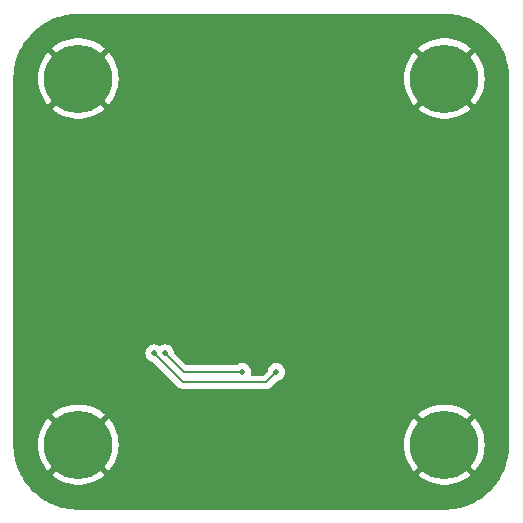
<source format=gbr>
%TF.GenerationSoftware,KiCad,Pcbnew,7.0.9*%
%TF.CreationDate,2024-01-18T20:35:56-05:00*%
%TF.ProjectId,mt6835-nema17,6d743638-3335-42d6-9e65-6d6131372e6b,rev?*%
%TF.SameCoordinates,PX85e0760PY599de50*%
%TF.FileFunction,Copper,L2,Bot*%
%TF.FilePolarity,Positive*%
%FSLAX46Y46*%
G04 Gerber Fmt 4.6, Leading zero omitted, Abs format (unit mm)*
G04 Created by KiCad (PCBNEW 7.0.9) date 2024-01-18 20:35:56*
%MOMM*%
%LPD*%
G01*
G04 APERTURE LIST*
%TA.AperFunction,ComponentPad*%
%ADD10C,5.800000*%
%TD*%
%TA.AperFunction,ViaPad*%
%ADD11C,0.800000*%
%TD*%
%TA.AperFunction,ViaPad*%
%ADD12C,0.500000*%
%TD*%
%TA.AperFunction,Conductor*%
%ADD13C,0.150000*%
%TD*%
G04 APERTURE END LIST*
D10*
%TO.P,H101,1,1*%
%TO.N,GND*%
X-15500000Y15500000D03*
X-15500000Y-15500000D03*
X15500000Y15500000D03*
X15500000Y-15500000D03*
%TD*%
D11*
%TO.N,GND*%
X-4180000Y2210000D03*
X5020000Y-30000D03*
X6350000Y-1830000D03*
X1540000Y-290000D03*
X-11650000Y1420000D03*
X-410000Y2570000D03*
X5040000Y-3450000D03*
D12*
%TO.N,/ENC_1*%
X-1630000Y-9350000D03*
X-8160000Y-7770000D03*
%TO.N,/ENC_2*%
X-9070000Y-7770000D03*
X1270000Y-9360000D03*
%TD*%
D13*
%TO.N,/ENC_2*%
X-9070000Y-7770000D02*
X-6610000Y-10230000D01*
X-6610000Y-10230000D02*
X400000Y-10230000D01*
X400000Y-10230000D02*
X1270000Y-9360000D01*
%TO.N,/ENC_1*%
X-8160000Y-7770000D02*
X-6580000Y-9350000D01*
X-6580000Y-9350000D02*
X-1630000Y-9350000D01*
%TD*%
%TA.AperFunction,Conductor*%
%TO.N,GND*%
G36*
X15717445Y20990507D02*
G01*
X15958385Y20979987D01*
X15963320Y20979573D01*
X16193261Y20950911D01*
X16421921Y20920807D01*
X16426490Y20920028D01*
X16655391Y20872032D01*
X16793210Y20841478D01*
X16878677Y20822530D01*
X16882939Y20821425D01*
X17107969Y20754431D01*
X17325459Y20685856D01*
X17329305Y20684502D01*
X17548675Y20598903D01*
X17758977Y20511792D01*
X17762437Y20510232D01*
X17974350Y20406635D01*
X18176129Y20301595D01*
X18179238Y20299861D01*
X18285211Y20236716D01*
X18382116Y20178973D01*
X18573954Y20056758D01*
X18576669Y20054926D01*
X18769063Y19917560D01*
X18949600Y19779029D01*
X18951872Y19777195D01*
X19132397Y19624299D01*
X19132415Y19624284D01*
X19301239Y19469584D01*
X19469583Y19301240D01*
X19624281Y19132418D01*
X19777186Y18951883D01*
X19779044Y18949579D01*
X19817088Y18900000D01*
X19908489Y18780883D01*
X19917559Y18769063D01*
X19961743Y18707180D01*
X20054924Y18576671D01*
X20056755Y18573957D01*
X20178973Y18382116D01*
X20299859Y18179240D01*
X20301593Y18176132D01*
X20406638Y17974343D01*
X20510220Y17762461D01*
X20511800Y17758957D01*
X20598915Y17548643D01*
X20684487Y17329341D01*
X20685859Y17325447D01*
X20754426Y17107983D01*
X20821420Y16882951D01*
X20822528Y16878679D01*
X20872038Y16655360D01*
X20920022Y16426512D01*
X20920811Y16421880D01*
X20950917Y16193205D01*
X20979569Y15963338D01*
X20979986Y15958371D01*
X20990505Y15717455D01*
X20999500Y15499999D01*
X20999500Y-15499999D01*
X20990505Y-15717454D01*
X20979986Y-15958369D01*
X20979569Y-15963336D01*
X20950917Y-16193204D01*
X20920811Y-16421878D01*
X20920022Y-16426510D01*
X20872038Y-16655359D01*
X20822528Y-16878677D01*
X20821420Y-16882949D01*
X20754426Y-17107982D01*
X20685859Y-17325445D01*
X20684487Y-17329339D01*
X20598915Y-17548642D01*
X20511800Y-17758955D01*
X20510220Y-17762459D01*
X20406638Y-17974342D01*
X20301592Y-18176130D01*
X20299859Y-18179238D01*
X20178973Y-18382115D01*
X20056755Y-18573955D01*
X20054924Y-18576668D01*
X19917565Y-18769055D01*
X19779044Y-18949577D01*
X19777168Y-18951904D01*
X19624283Y-19132414D01*
X19469583Y-19301239D01*
X19301239Y-19469583D01*
X19132414Y-19624283D01*
X18951904Y-19777168D01*
X18949577Y-19779044D01*
X18769055Y-19917565D01*
X18576668Y-20054924D01*
X18573955Y-20056755D01*
X18382115Y-20178973D01*
X18179238Y-20299859D01*
X18176130Y-20301592D01*
X17974342Y-20406638D01*
X17762459Y-20510220D01*
X17758955Y-20511800D01*
X17548642Y-20598915D01*
X17329339Y-20684487D01*
X17325445Y-20685859D01*
X17107982Y-20754426D01*
X16882949Y-20821420D01*
X16878677Y-20822528D01*
X16655359Y-20872038D01*
X16426510Y-20920022D01*
X16421878Y-20920811D01*
X16193204Y-20950917D01*
X15963336Y-20979569D01*
X15958369Y-20979986D01*
X15717454Y-20990505D01*
X15499999Y-20999500D01*
X-15499999Y-20999500D01*
X-15717455Y-20990505D01*
X-15958371Y-20979986D01*
X-15963338Y-20979569D01*
X-16193142Y-20950925D01*
X-16421896Y-20920807D01*
X-16426528Y-20920018D01*
X-16655313Y-20872048D01*
X-16878672Y-20822530D01*
X-16882945Y-20821422D01*
X-17107983Y-20754426D01*
X-17325447Y-20685859D01*
X-17329341Y-20684487D01*
X-17548643Y-20598915D01*
X-17758957Y-20511800D01*
X-17762461Y-20510220D01*
X-17974331Y-20406643D01*
X-18046352Y-20369151D01*
X-18176187Y-20301564D01*
X-18179243Y-20299859D01*
X-18301807Y-20226826D01*
X-18382099Y-20178982D01*
X-18573977Y-20056742D01*
X-18576692Y-20054910D01*
X-18681047Y-19980402D01*
X-18769056Y-19917564D01*
X-18845514Y-19858897D01*
X-18949579Y-19779044D01*
X-18951883Y-19777186D01*
X-19132418Y-19624281D01*
X-19301240Y-19469583D01*
X-19469584Y-19301239D01*
X-19624284Y-19132415D01*
X-19624285Y-19132414D01*
X-19777195Y-18951872D01*
X-19779029Y-18949600D01*
X-19917560Y-18769063D01*
X-20054927Y-18576668D01*
X-20056744Y-18573975D01*
X-20178983Y-18382098D01*
X-20196871Y-18352079D01*
X-20299878Y-18179212D01*
X-20301560Y-18176195D01*
X-20406644Y-17974330D01*
X-20434248Y-17917866D01*
X-20510238Y-17762426D01*
X-20511792Y-17758977D01*
X-20598903Y-17548675D01*
X-20684502Y-17329305D01*
X-20685856Y-17325459D01*
X-20754436Y-17107951D01*
X-20765486Y-17070834D01*
X-20821428Y-16882928D01*
X-20822532Y-16878670D01*
X-20872039Y-16655359D01*
X-20920023Y-16426510D01*
X-20920809Y-16421894D01*
X-20925400Y-16387024D01*
X-20950918Y-16193204D01*
X-20979573Y-15963320D01*
X-20979987Y-15958385D01*
X-20990509Y-15717381D01*
X-20999500Y-15500000D01*
X-20999500Y-15499999D01*
X-18904994Y-15499999D01*
X-18885034Y-15868142D01*
X-18885033Y-15868159D01*
X-18825390Y-16231960D01*
X-18825384Y-16231986D01*
X-18726757Y-16587209D01*
X-18726755Y-16587216D01*
X-18590294Y-16929710D01*
X-18590285Y-16929728D01*
X-18417594Y-17255458D01*
X-18210693Y-17560614D01*
X-18074504Y-17720948D01*
X-18074503Y-17720949D01*
X-16758649Y-16405095D01*
X-16704544Y-16483480D01*
X-16531184Y-16663966D01*
X-16405135Y-16758686D01*
X-17723480Y-18077031D01*
X-17723480Y-18077032D01*
X-17704357Y-18095147D01*
X-17704345Y-18095158D01*
X-17410842Y-18318274D01*
X-17410825Y-18318286D01*
X-17094933Y-18508350D01*
X-17094920Y-18508357D01*
X-16760329Y-18663155D01*
X-16410932Y-18780882D01*
X-16050866Y-18860138D01*
X-15684345Y-18899999D01*
X-15684337Y-18900000D01*
X-15315663Y-18900000D01*
X-15315656Y-18899999D01*
X-14949135Y-18860138D01*
X-14589069Y-18780882D01*
X-14239672Y-18663155D01*
X-13905081Y-18508357D01*
X-13905068Y-18508350D01*
X-13589176Y-18318286D01*
X-13589159Y-18318274D01*
X-13295660Y-18095161D01*
X-13276521Y-18077031D01*
X-14593121Y-16760431D01*
X-14565820Y-16743168D01*
X-14378499Y-16577216D01*
X-14239489Y-16406958D01*
X-12925499Y-17720948D01*
X-12925498Y-17720948D01*
X-12789310Y-17560615D01*
X-12789299Y-17560601D01*
X-12582407Y-17255458D01*
X-12409716Y-16929728D01*
X-12409707Y-16929710D01*
X-12273246Y-16587216D01*
X-12273244Y-16587209D01*
X-12174617Y-16231986D01*
X-12174611Y-16231960D01*
X-12114968Y-15868159D01*
X-12114967Y-15868142D01*
X-12095006Y-15499999D01*
X12095006Y-15499999D01*
X12114966Y-15868142D01*
X12114967Y-15868159D01*
X12174610Y-16231960D01*
X12174616Y-16231986D01*
X12273243Y-16587209D01*
X12273245Y-16587216D01*
X12409706Y-16929710D01*
X12409715Y-16929728D01*
X12582406Y-17255458D01*
X12789307Y-17560614D01*
X12925496Y-17720948D01*
X12925497Y-17720949D01*
X14241351Y-16405095D01*
X14295456Y-16483480D01*
X14468816Y-16663966D01*
X14594865Y-16758686D01*
X13276520Y-18077031D01*
X13276520Y-18077032D01*
X13295643Y-18095147D01*
X13295655Y-18095158D01*
X13589158Y-18318274D01*
X13589175Y-18318286D01*
X13905067Y-18508350D01*
X13905080Y-18508357D01*
X14239671Y-18663155D01*
X14589068Y-18780882D01*
X14949134Y-18860138D01*
X15315655Y-18899999D01*
X15315663Y-18900000D01*
X15684337Y-18900000D01*
X15684344Y-18899999D01*
X16050865Y-18860138D01*
X16410931Y-18780882D01*
X16760328Y-18663155D01*
X17094919Y-18508357D01*
X17094932Y-18508350D01*
X17410824Y-18318286D01*
X17410841Y-18318274D01*
X17704340Y-18095161D01*
X17723479Y-18077031D01*
X16406879Y-16760431D01*
X16434180Y-16743168D01*
X16621501Y-16577216D01*
X16760511Y-16406958D01*
X18074501Y-17720948D01*
X18074502Y-17720948D01*
X18210690Y-17560615D01*
X18210701Y-17560601D01*
X18417593Y-17255458D01*
X18590284Y-16929728D01*
X18590293Y-16929710D01*
X18726754Y-16587216D01*
X18726756Y-16587209D01*
X18825383Y-16231986D01*
X18825389Y-16231960D01*
X18885032Y-15868159D01*
X18885033Y-15868142D01*
X18904994Y-15499999D01*
X18904994Y-15499997D01*
X18885033Y-15131857D01*
X18885032Y-15131840D01*
X18825389Y-14768039D01*
X18825383Y-14768013D01*
X18726756Y-14412790D01*
X18726754Y-14412783D01*
X18590293Y-14070289D01*
X18590284Y-14070271D01*
X18417593Y-13744541D01*
X18210692Y-13439385D01*
X18074502Y-13279050D01*
X18074501Y-13279049D01*
X16758647Y-14594902D01*
X16704544Y-14516520D01*
X16531184Y-14336034D01*
X16405133Y-14241313D01*
X17723478Y-12922967D01*
X17723478Y-12922966D01*
X17704356Y-12904852D01*
X17704344Y-12904841D01*
X17410841Y-12681725D01*
X17410824Y-12681713D01*
X17094932Y-12491649D01*
X17094919Y-12491642D01*
X16760328Y-12336844D01*
X16410931Y-12219117D01*
X16050865Y-12139861D01*
X15684344Y-12100000D01*
X15315655Y-12100000D01*
X14949134Y-12139861D01*
X14589068Y-12219117D01*
X14239671Y-12336844D01*
X13905080Y-12491642D01*
X13905067Y-12491649D01*
X13589175Y-12681713D01*
X13589158Y-12681725D01*
X13295657Y-12904840D01*
X13295643Y-12904852D01*
X13276520Y-12922966D01*
X13276520Y-12922968D01*
X14593120Y-14239568D01*
X14565820Y-14256832D01*
X14378499Y-14422784D01*
X14239488Y-14593040D01*
X12925497Y-13279049D01*
X12925496Y-13279050D01*
X12789314Y-13439376D01*
X12789307Y-13439386D01*
X12582406Y-13744541D01*
X12409715Y-14070271D01*
X12409706Y-14070289D01*
X12273245Y-14412783D01*
X12273243Y-14412790D01*
X12174616Y-14768013D01*
X12174610Y-14768039D01*
X12114967Y-15131840D01*
X12114966Y-15131857D01*
X12095006Y-15499997D01*
X12095006Y-15499999D01*
X-12095006Y-15499999D01*
X-12095006Y-15499997D01*
X-12114967Y-15131857D01*
X-12114968Y-15131840D01*
X-12174611Y-14768039D01*
X-12174617Y-14768013D01*
X-12273244Y-14412790D01*
X-12273246Y-14412783D01*
X-12409707Y-14070289D01*
X-12409716Y-14070271D01*
X-12582407Y-13744541D01*
X-12789308Y-13439385D01*
X-12925498Y-13279050D01*
X-12925499Y-13279049D01*
X-14241353Y-14594902D01*
X-14295456Y-14516520D01*
X-14468816Y-14336034D01*
X-14594867Y-14241313D01*
X-13276522Y-12922967D01*
X-13276522Y-12922966D01*
X-13295644Y-12904852D01*
X-13295656Y-12904841D01*
X-13589159Y-12681725D01*
X-13589176Y-12681713D01*
X-13905068Y-12491649D01*
X-13905081Y-12491642D01*
X-14239672Y-12336844D01*
X-14589069Y-12219117D01*
X-14949135Y-12139861D01*
X-15315656Y-12100000D01*
X-15684345Y-12100000D01*
X-16050866Y-12139861D01*
X-16410932Y-12219117D01*
X-16760329Y-12336844D01*
X-17094920Y-12491642D01*
X-17094933Y-12491649D01*
X-17410825Y-12681713D01*
X-17410842Y-12681725D01*
X-17704343Y-12904840D01*
X-17704357Y-12904852D01*
X-17723480Y-12922966D01*
X-17723480Y-12922968D01*
X-16406880Y-14239568D01*
X-16434180Y-14256832D01*
X-16621501Y-14422784D01*
X-16760512Y-14593040D01*
X-18074503Y-13279049D01*
X-18074504Y-13279050D01*
X-18210686Y-13439376D01*
X-18210693Y-13439386D01*
X-18417594Y-13744541D01*
X-18590285Y-14070271D01*
X-18590294Y-14070289D01*
X-18726755Y-14412783D01*
X-18726757Y-14412790D01*
X-18825384Y-14768013D01*
X-18825390Y-14768039D01*
X-18885033Y-15131840D01*
X-18885034Y-15131857D01*
X-18904994Y-15499997D01*
X-18904994Y-15499999D01*
X-20999500Y-15499999D01*
X-20999500Y-7770002D01*
X-9825249Y-7770002D01*
X-9806315Y-7938056D01*
X-9750455Y-8097694D01*
X-9750453Y-8097697D01*
X-9660482Y-8240884D01*
X-9660477Y-8240890D01*
X-9540891Y-8360476D01*
X-9540885Y-8360481D01*
X-9397698Y-8450452D01*
X-9397692Y-8450455D01*
X-9397690Y-8450456D01*
X-9238059Y-8506313D01*
X-9179194Y-8512945D01*
X-9114781Y-8540010D01*
X-9105396Y-8548484D01*
X-7046480Y-10607400D01*
X-7041139Y-10613490D01*
X-7020451Y-10640451D01*
X-7020448Y-10640453D01*
X-6991514Y-10662656D01*
X-6991509Y-10662660D01*
X-6990268Y-10663612D01*
X-6900233Y-10732698D01*
X-6760236Y-10790687D01*
X-6647720Y-10805500D01*
X-6647719Y-10805500D01*
X-6645706Y-10805765D01*
X-6645687Y-10805766D01*
X-6610000Y-10810465D01*
X-6609999Y-10810465D01*
X-6596735Y-10808718D01*
X-6576318Y-10806030D01*
X-6568219Y-10805500D01*
X358219Y-10805500D01*
X366317Y-10806030D01*
X386734Y-10808718D01*
X399999Y-10810465D01*
X400000Y-10810465D01*
X435785Y-10805754D01*
X435809Y-10805751D01*
X437715Y-10805500D01*
X437720Y-10805500D01*
X550236Y-10790687D01*
X690233Y-10732698D01*
X788358Y-10657405D01*
X788370Y-10657394D01*
X810449Y-10640453D01*
X810451Y-10640451D01*
X831138Y-10613489D01*
X836480Y-10607398D01*
X1305396Y-10138482D01*
X1366717Y-10104999D01*
X1379173Y-10102947D01*
X1438059Y-10096313D01*
X1597690Y-10040456D01*
X1597693Y-10040453D01*
X1597697Y-10040452D01*
X1740884Y-9950481D01*
X1740885Y-9950480D01*
X1740890Y-9950477D01*
X1860477Y-9830890D01*
X1950452Y-9687697D01*
X1950454Y-9687694D01*
X1950454Y-9687692D01*
X1950456Y-9687690D01*
X2006313Y-9528059D01*
X2006313Y-9528058D01*
X2006314Y-9528056D01*
X2025249Y-9360002D01*
X2025249Y-9359997D01*
X2006314Y-9191943D01*
X1950454Y-9032305D01*
X1950452Y-9032302D01*
X1860481Y-8889115D01*
X1860476Y-8889109D01*
X1740890Y-8769523D01*
X1740884Y-8769518D01*
X1597697Y-8679547D01*
X1597694Y-8679545D01*
X1438056Y-8623685D01*
X1270003Y-8604751D01*
X1269997Y-8604751D01*
X1101943Y-8623685D01*
X942305Y-8679545D01*
X942302Y-8679547D01*
X799115Y-8769518D01*
X799109Y-8769523D01*
X679523Y-8889109D01*
X679518Y-8889115D01*
X589547Y-9032302D01*
X589544Y-9032307D01*
X533685Y-9191946D01*
X527053Y-9250808D01*
X499986Y-9315222D01*
X491514Y-9324604D01*
X197937Y-9618182D01*
X136617Y-9651666D01*
X110258Y-9654500D01*
X-770304Y-9654500D01*
X-837343Y-9634815D01*
X-883098Y-9582011D01*
X-893524Y-9516616D01*
X-874751Y-9350002D01*
X-874751Y-9349997D01*
X-893686Y-9181943D01*
X-949546Y-9022305D01*
X-949548Y-9022302D01*
X-1039519Y-8879115D01*
X-1039524Y-8879109D01*
X-1159110Y-8759523D01*
X-1159116Y-8759518D01*
X-1302303Y-8669547D01*
X-1302306Y-8669545D01*
X-1461944Y-8613685D01*
X-1629997Y-8594751D01*
X-1630003Y-8594751D01*
X-1798057Y-8613685D01*
X-1957693Y-8669545D01*
X-2094478Y-8755494D01*
X-2160450Y-8774500D01*
X-6290258Y-8774500D01*
X-6357297Y-8754815D01*
X-6377939Y-8738181D01*
X-7381516Y-7734604D01*
X-7415001Y-7673281D01*
X-7417054Y-7660821D01*
X-7423687Y-7601941D01*
X-7479544Y-7442310D01*
X-7479547Y-7442305D01*
X-7479548Y-7442302D01*
X-7569519Y-7299115D01*
X-7569524Y-7299109D01*
X-7689110Y-7179523D01*
X-7689116Y-7179518D01*
X-7832303Y-7089547D01*
X-7832306Y-7089545D01*
X-7991944Y-7033685D01*
X-8159997Y-7014751D01*
X-8160003Y-7014751D01*
X-8328057Y-7033685D01*
X-8487695Y-7089545D01*
X-8487696Y-7089546D01*
X-8549029Y-7128084D01*
X-8616266Y-7147084D01*
X-8680971Y-7128084D01*
X-8742305Y-7089546D01*
X-8742306Y-7089545D01*
X-8901944Y-7033685D01*
X-9069997Y-7014751D01*
X-9070003Y-7014751D01*
X-9238057Y-7033685D01*
X-9397695Y-7089545D01*
X-9397698Y-7089547D01*
X-9540885Y-7179518D01*
X-9540891Y-7179523D01*
X-9660477Y-7299109D01*
X-9660482Y-7299115D01*
X-9750453Y-7442302D01*
X-9750455Y-7442305D01*
X-9806315Y-7601943D01*
X-9825249Y-7769997D01*
X-9825249Y-7770002D01*
X-20999500Y-7770002D01*
X-20999500Y15500000D01*
X-18904994Y15500000D01*
X-18885034Y15131858D01*
X-18885033Y15131841D01*
X-18825390Y14768040D01*
X-18825384Y14768014D01*
X-18726757Y14412791D01*
X-18726755Y14412784D01*
X-18590294Y14070290D01*
X-18590285Y14070272D01*
X-18417594Y13744542D01*
X-18210693Y13439386D01*
X-18074504Y13279052D01*
X-18074503Y13279051D01*
X-16758649Y14594905D01*
X-16704544Y14516520D01*
X-16531184Y14336034D01*
X-16405135Y14241314D01*
X-17723480Y12922969D01*
X-17723480Y12922968D01*
X-17704357Y12904853D01*
X-17704345Y12904842D01*
X-17410842Y12681726D01*
X-17410825Y12681714D01*
X-17094933Y12491650D01*
X-17094920Y12491643D01*
X-16760329Y12336845D01*
X-16410932Y12219118D01*
X-16050866Y12139862D01*
X-15684345Y12100001D01*
X-15684337Y12100000D01*
X-15315663Y12100000D01*
X-15315656Y12100001D01*
X-14949135Y12139862D01*
X-14589069Y12219118D01*
X-14239672Y12336845D01*
X-13905081Y12491643D01*
X-13905068Y12491650D01*
X-13589176Y12681714D01*
X-13589159Y12681726D01*
X-13295660Y12904839D01*
X-13276521Y12922969D01*
X-14593121Y14239569D01*
X-14565820Y14256832D01*
X-14378499Y14422784D01*
X-14239489Y14593042D01*
X-12925499Y13279052D01*
X-12925498Y13279052D01*
X-12789310Y13439385D01*
X-12789299Y13439399D01*
X-12582407Y13744542D01*
X-12409716Y14070272D01*
X-12409707Y14070290D01*
X-12273246Y14412784D01*
X-12273244Y14412791D01*
X-12174617Y14768014D01*
X-12174611Y14768040D01*
X-12114968Y15131841D01*
X-12114967Y15131858D01*
X-12095006Y15500000D01*
X12095006Y15500000D01*
X12114966Y15131858D01*
X12114967Y15131841D01*
X12174610Y14768040D01*
X12174616Y14768014D01*
X12273243Y14412791D01*
X12273245Y14412784D01*
X12409706Y14070290D01*
X12409715Y14070272D01*
X12582406Y13744542D01*
X12789307Y13439386D01*
X12925496Y13279052D01*
X12925497Y13279051D01*
X14241351Y14594905D01*
X14295456Y14516520D01*
X14468816Y14336034D01*
X14594865Y14241314D01*
X13276520Y12922969D01*
X13276520Y12922968D01*
X13295643Y12904853D01*
X13295655Y12904842D01*
X13589158Y12681726D01*
X13589175Y12681714D01*
X13905067Y12491650D01*
X13905080Y12491643D01*
X14239671Y12336845D01*
X14589068Y12219118D01*
X14949134Y12139862D01*
X15315655Y12100001D01*
X15315663Y12100000D01*
X15684337Y12100000D01*
X15684344Y12100001D01*
X16050865Y12139862D01*
X16410931Y12219118D01*
X16760328Y12336845D01*
X17094919Y12491643D01*
X17094932Y12491650D01*
X17410824Y12681714D01*
X17410841Y12681726D01*
X17704340Y12904839D01*
X17723479Y12922969D01*
X16406879Y14239569D01*
X16434180Y14256832D01*
X16621501Y14422784D01*
X16760511Y14593042D01*
X18074501Y13279052D01*
X18074502Y13279052D01*
X18210690Y13439385D01*
X18210701Y13439399D01*
X18417593Y13744542D01*
X18590284Y14070272D01*
X18590293Y14070290D01*
X18726754Y14412784D01*
X18726756Y14412791D01*
X18825383Y14768014D01*
X18825389Y14768040D01*
X18885032Y15131841D01*
X18885033Y15131858D01*
X18904994Y15500000D01*
X18904994Y15500003D01*
X18885033Y15868143D01*
X18885032Y15868160D01*
X18825389Y16231961D01*
X18825383Y16231987D01*
X18726756Y16587210D01*
X18726754Y16587217D01*
X18590293Y16929711D01*
X18590284Y16929729D01*
X18417593Y17255459D01*
X18210692Y17560615D01*
X18074502Y17720950D01*
X18074501Y17720951D01*
X16758647Y16405098D01*
X16704544Y16483480D01*
X16531184Y16663966D01*
X16405133Y16758687D01*
X17723478Y18077033D01*
X17723478Y18077034D01*
X17704356Y18095148D01*
X17704344Y18095159D01*
X17410841Y18318275D01*
X17410824Y18318287D01*
X17094932Y18508351D01*
X17094919Y18508358D01*
X16760328Y18663156D01*
X16410931Y18780883D01*
X16050865Y18860139D01*
X15684344Y18900000D01*
X15315655Y18900000D01*
X14949134Y18860139D01*
X14589068Y18780883D01*
X14239671Y18663156D01*
X13905080Y18508358D01*
X13905067Y18508351D01*
X13589175Y18318287D01*
X13589158Y18318275D01*
X13295657Y18095160D01*
X13295643Y18095148D01*
X13276520Y18077034D01*
X13276520Y18077032D01*
X14593120Y16760432D01*
X14565820Y16743168D01*
X14378499Y16577216D01*
X14239488Y16406960D01*
X12925497Y17720951D01*
X12925496Y17720950D01*
X12789314Y17560624D01*
X12789307Y17560614D01*
X12582406Y17255459D01*
X12409715Y16929729D01*
X12409706Y16929711D01*
X12273245Y16587217D01*
X12273243Y16587210D01*
X12174616Y16231987D01*
X12174610Y16231961D01*
X12114967Y15868160D01*
X12114966Y15868143D01*
X12095006Y15500003D01*
X12095006Y15500000D01*
X-12095006Y15500000D01*
X-12095006Y15500003D01*
X-12114967Y15868143D01*
X-12114968Y15868160D01*
X-12174611Y16231961D01*
X-12174617Y16231987D01*
X-12273244Y16587210D01*
X-12273246Y16587217D01*
X-12409707Y16929711D01*
X-12409716Y16929729D01*
X-12582407Y17255459D01*
X-12789308Y17560615D01*
X-12925498Y17720950D01*
X-12925499Y17720951D01*
X-14241353Y16405098D01*
X-14295456Y16483480D01*
X-14468816Y16663966D01*
X-14594867Y16758687D01*
X-13276522Y18077033D01*
X-13276522Y18077034D01*
X-13295644Y18095148D01*
X-13295656Y18095159D01*
X-13589159Y18318275D01*
X-13589176Y18318287D01*
X-13905068Y18508351D01*
X-13905081Y18508358D01*
X-14239672Y18663156D01*
X-14589069Y18780883D01*
X-14949135Y18860139D01*
X-15315656Y18900000D01*
X-15684345Y18900000D01*
X-16050866Y18860139D01*
X-16410932Y18780883D01*
X-16760329Y18663156D01*
X-17094920Y18508358D01*
X-17094933Y18508351D01*
X-17410825Y18318287D01*
X-17410842Y18318275D01*
X-17704343Y18095160D01*
X-17704357Y18095148D01*
X-17723480Y18077034D01*
X-17723480Y18077032D01*
X-16406880Y16760432D01*
X-16434180Y16743168D01*
X-16621501Y16577216D01*
X-16760512Y16406960D01*
X-18074503Y17720951D01*
X-18074504Y17720950D01*
X-18210686Y17560624D01*
X-18210693Y17560614D01*
X-18417594Y17255459D01*
X-18590285Y16929729D01*
X-18590294Y16929711D01*
X-18726755Y16587217D01*
X-18726757Y16587210D01*
X-18825384Y16231987D01*
X-18825390Y16231961D01*
X-18885033Y15868160D01*
X-18885034Y15868143D01*
X-18904994Y15500003D01*
X-18904994Y15500000D01*
X-20999500Y15500000D01*
X-20990506Y15717455D01*
X-20983926Y15868160D01*
X-20979987Y15958390D01*
X-20979573Y15963316D01*
X-20950917Y16193205D01*
X-20920809Y16421901D01*
X-20920023Y16426515D01*
X-20872030Y16655405D01*
X-20822527Y16878694D01*
X-20821432Y16882915D01*
X-20754415Y17108024D01*
X-20685850Y17325479D01*
X-20684509Y17329288D01*
X-20598906Y17548667D01*
X-20511782Y17759003D01*
X-20510250Y17762402D01*
X-20406638Y17974343D01*
X-20301544Y18176225D01*
X-20299880Y18179209D01*
X-20178980Y18382105D01*
X-20178972Y18382116D01*
X-20056728Y18574002D01*
X-20054951Y18576635D01*
X-19917560Y18769064D01*
X-19778997Y18949642D01*
X-19777230Y18951833D01*
X-19624266Y19132437D01*
X-19469584Y19301240D01*
X-19301240Y19469584D01*
X-19299725Y19470973D01*
X-19132437Y19624266D01*
X-18951833Y19777230D01*
X-18949642Y19778997D01*
X-18769064Y19917560D01*
X-18576635Y20054951D01*
X-18574002Y20056728D01*
X-18382110Y20178977D01*
X-18179209Y20299880D01*
X-18176225Y20301544D01*
X-17974352Y20406634D01*
X-17762402Y20510250D01*
X-17759003Y20511782D01*
X-17548667Y20598906D01*
X-17329288Y20684509D01*
X-17325479Y20685850D01*
X-17108024Y20754415D01*
X-16882915Y20821432D01*
X-16878694Y20822527D01*
X-16655405Y20872030D01*
X-16426515Y20920023D01*
X-16421901Y20920809D01*
X-16193201Y20950919D01*
X-15963316Y20979573D01*
X-15958390Y20979987D01*
X-15717577Y20990501D01*
X-15500000Y20999500D01*
X-15499500Y20999500D01*
X15499500Y20999500D01*
X15500000Y20999500D01*
X15717445Y20990507D01*
G37*
%TD.AperFunction*%
%TD*%
M02*

</source>
